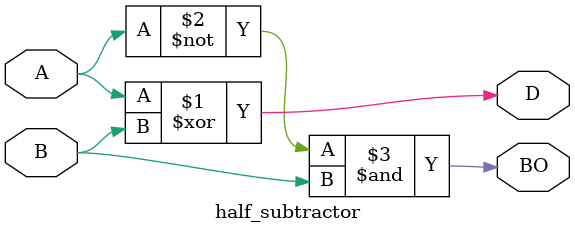
<source format=sv>
module half_subtractor (
    input  A,    // Minuend
    input  B,    // Subtrahend
    output D,    // Difference
    output BO    // Borrow Out
);

    // Difference: A XOR B
    assign D = A ^ B;

    // Borrow Out: (~A) & B
    assign BO = (~A) & B;

endmodule

</source>
